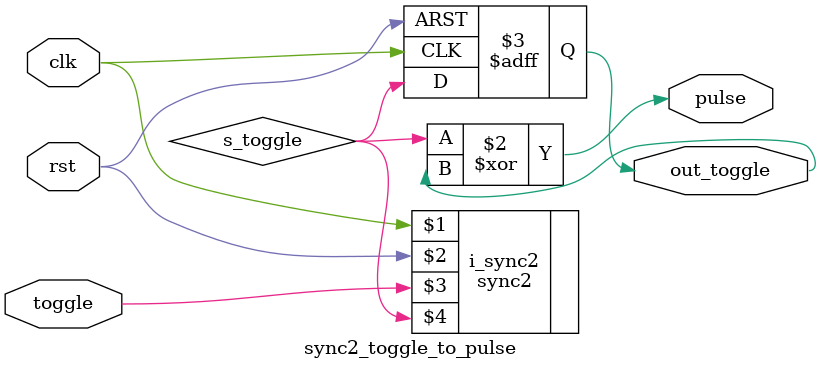
<source format=v>
module sync2_toggle_to_pulse
(
    input      clk,
    input      rst,
    input      toggle,
    output     pulse,
    output reg out_toggle
);

    wire s_toggle;

    sync2 i_sync2 (clk, rst, toggle, s_toggle);

    always @ (posedge clk or posedge rst)
        if (rst)
            out_toggle <= 0;
        else
            out_toggle <= s_toggle;

    assign pulse = s_toggle ^ out_toggle;

endmodule

</source>
